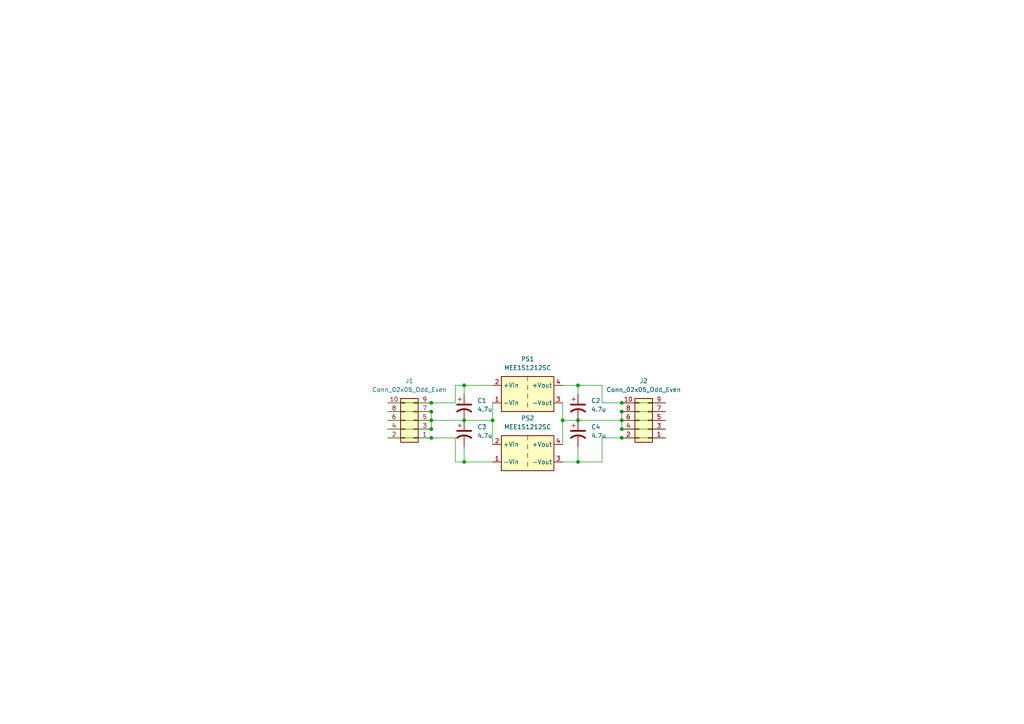
<source format=kicad_sch>
(kicad_sch (version 20211123) (generator eeschema)
  (paper "A4")
  (lib_symbols
    (symbol "Connector_Generic:Conn_02x05_Odd_Even" (pin_names (offset 1.016) hide)
      (property "Reference" "J" (at 1.27 7.62 0))
      (property "Value" "Conn_02x05_Odd_Even" (at 1.27 -7.62 0))
      (symbol "Conn_02x05_Odd_Even_1_1"
        (rectangle (start -1.27 -4.953) (end 0 -5.207) (stroke (width 0.1524)))
        (rectangle (start -1.27 -2.413) (end 0 -2.667) (stroke (width 0.1524)))
        (rectangle (start -1.27 0.127) (end 0 -0.127) (stroke (width 0.1524)))
        (rectangle (start -1.27 2.667) (end 0 2.413) (stroke (width 0.1524)))
        (rectangle (start -1.27 5.207) (end 0 4.953) (stroke (width 0.1524)))
        (rectangle (start -1.27 6.35) (end 3.81 -6.35) (stroke (width 0.254)) (fill (type background)))
        (rectangle (start 3.81 -4.953) (end 2.54 -5.207) (stroke (width 0.1524)))
        (rectangle (start 3.81 -2.413) (end 2.54 -2.667) (stroke (width 0.1524)))
        (rectangle (start 3.81 0.127) (end 2.54 -0.127) (stroke (width 0.1524)))
        (rectangle (start 3.81 2.667) (end 2.54 2.413) (stroke (width 0.1524)))
        (rectangle (start 3.81 5.207) (end 2.54 4.953) (stroke (width 0.1524)))
        (pin passive line (at -5.08 5.08 0) (length 3.81) (name "Pin_1") (number "1"))
        (pin passive line (at 7.62 -5.08 180) (length 3.81) (name "Pin_10") (number "10"))
        (pin passive line (at 7.62 5.08 180) (length 3.81) (name "Pin_2") (number "2"))
        (pin passive line (at -5.08 2.54 0) (length 3.81) (name "Pin_3") (number "3"))
        (pin passive line (at 7.62 2.54 180) (length 3.81) (name "Pin_4") (number "4"))
        (pin passive line (at -5.08 0 0) (length 3.81) (name "Pin_5") (number "5"))
        (pin passive line (at 7.62 0 180) (length 3.81) (name "Pin_6") (number "6"))
        (pin passive line (at -5.08 -2.54 0) (length 3.81) (name "Pin_7") (number "7"))
        (pin passive line (at 7.62 -2.54 180) (length 3.81) (name "Pin_8") (number "8"))
        (pin passive line (at -5.08 -5.08 0) (length 3.81) (name "Pin_9") (number "9"))
      )
    )
    (symbol "Converter_DCDC:MEE1S1212SC"
      (property "Reference" "PS" (at -7.62 6.35 0))
      (property "Value" "MEE1S1212SC" (at 1.27 6.35 0))
      (symbol "MEE1S1212SC_0_0"
        (pin power_in line (at -10.16 -2.54 0) (length 2.54) (name "-Vin") (number "1"))
        (pin power_in line (at -10.16 2.54 0) (length 2.54) (name "+Vin") (number "2"))
        (pin power_out line (at 10.16 -2.54 180) (length 2.54) (name "-Vout") (number "3"))
        (pin power_out line (at 10.16 2.54 180) (length 2.54) (name "+Vout") (number "4"))
      )
      (symbol "MEE1S1212SC_0_1"
        (rectangle (start -7.62 5.08) (end 7.62 -5.08) (stroke (width 0.254)) (fill (type background)))
        (polyline (pts (xy 0 -2.54) (xy 0 -3.81)))
        (polyline (pts (xy 0 0) (xy 0 -1.27)))
        (polyline (pts (xy 0 2.54) (xy 0 1.27)))
        (polyline (pts (xy 0 5.08) (xy 0 3.81)))
      )
    )
    (symbol "Device:C_Polarized_US" (pin_numbers hide) (pin_names (offset 0.254) hide)
      (property "Reference" "C" (at 0.635 2.54 0))
      (property "Value" "C_Polarized_US" (at 0.635 -2.54 0))
      (symbol "C_Polarized_US_0_1"
        (polyline (pts (xy -2.032 0.762) (xy 2.032 0.762)) (stroke (width 0.508)))
        (polyline (pts (xy -1.778 2.286) (xy -0.762 2.286)))
        (polyline (pts (xy -1.27 1.778) (xy -1.27 2.794)))
        (arc (start 2.032 -1.27) (mid 0 -0.5572) (end -2.032 -1.27) (stroke (width 0.508)))
      )
      (symbol "C_Polarized_US_1_1"
        (pin passive line (at 0 3.81 270) (length 2.794) (name "~") (number "1"))
        (pin passive line (at 0 -3.81 90) (length 3.302) (name "~") (number "2"))
      )
    )
  )
  (junction (at 180.34 116.84))
  (junction (at 167.64 121.92))
  (junction (at 167.64 111.76))
  (junction (at 125.095 121.92))
  (junction (at 125.095 127))
  (junction (at 180.34 121.92))
  (junction (at 180.34 124.46))
  (junction (at 167.64 133.985))
  (junction (at 125.095 124.46))
  (junction (at 134.62 133.985))
  (junction (at 125.095 119.38))
  (junction (at 180.34 119.38))
  (junction (at 180.34 127))
  (junction (at 142.875 121.92))
  (junction (at 163.195 121.92))
  (junction (at 134.62 111.76))
  (junction (at 125.095 116.84))
  (junction (at 134.62 121.92))
  (wire (pts (xy 167.64 129.54) (xy 167.64 133.985)))
  (wire (pts (xy 132.08 111.76) (xy 134.62 111.76)))
  (wire (pts (xy 134.62 111.76) (xy 134.62 114.3)))
  (wire (pts (xy 142.875 116.84) (xy 142.875 121.92)))
  (wire (pts (xy 180.34 119.38) (xy 180.34 121.92)))
  (wire (pts (xy 134.62 121.92) (xy 142.875 121.92)))
  (wire (pts (xy 132.08 133.985) (xy 134.62 133.985)))
  (wire (pts (xy 163.195 121.92) (xy 167.64 121.92)))
  (wire (pts (xy 112.395 124.46) (xy 125.095 124.46)))
  (wire (pts (xy 132.08 127) (xy 132.08 133.985)))
  (wire (pts (xy 174.625 133.985) (xy 167.64 133.985)))
  (wire (pts (xy 180.34 127) (xy 193.04 127)))
  (wire (pts (xy 112.395 121.92) (xy 125.095 121.92)))
  (wire (pts (xy 174.625 116.84) (xy 174.625 111.76)))
  (wire (pts (xy 125.095 116.84) (xy 132.08 116.84)))
  (wire (pts (xy 163.195 121.92) (xy 163.195 128.905)))
  (wire (pts (xy 167.64 121.92) (xy 180.34 121.92)))
  (wire (pts (xy 180.34 121.92) (xy 193.04 121.92)))
  (wire (pts (xy 180.34 116.84) (xy 174.625 116.84)))
  (wire (pts (xy 180.34 121.92) (xy 180.34 124.46)))
  (wire (pts (xy 180.34 127) (xy 174.625 127)))
  (wire (pts (xy 142.875 121.92) (xy 142.875 128.905)))
  (wire (pts (xy 174.625 111.76) (xy 167.64 111.76)))
  (wire (pts (xy 125.095 121.92) (xy 125.095 124.46)))
  (wire (pts (xy 167.64 111.76) (xy 167.64 114.3)))
  (wire (pts (xy 167.64 133.985) (xy 163.195 133.985)))
  (wire (pts (xy 112.395 127) (xy 125.095 127)))
  (wire (pts (xy 132.08 116.84) (xy 132.08 111.76)))
  (wire (pts (xy 112.395 116.84) (xy 125.095 116.84)))
  (wire (pts (xy 125.095 119.38) (xy 125.095 121.92)))
  (wire (pts (xy 112.395 119.38) (xy 125.095 119.38)))
  (wire (pts (xy 125.095 127) (xy 132.08 127)))
  (wire (pts (xy 125.095 121.92) (xy 134.62 121.92)))
  (wire (pts (xy 163.195 116.84) (xy 163.195 121.92)))
  (wire (pts (xy 180.34 116.84) (xy 193.04 116.84)))
  (wire (pts (xy 174.625 127) (xy 174.625 133.985)))
  (wire (pts (xy 134.62 133.985) (xy 142.875 133.985)))
  (wire (pts (xy 180.34 124.46) (xy 193.04 124.46)))
  (wire (pts (xy 180.34 119.38) (xy 193.04 119.38)))
  (wire (pts (xy 134.62 111.76) (xy 142.875 111.76)))
  (wire (pts (xy 134.62 129.54) (xy 134.62 133.985)))
  (wire (pts (xy 167.64 111.76) (xy 163.195 111.76)))
  (symbol (lib_id "Device:C_Polarized_US") (at 167.64 125.73 0) (unit 1)
    (property "Reference" "C4" (at 171.45 123.8249 0) (effects (justify left)))
    (property "Value" "4.7u" (at 171.45 126.3649 0) (effects (justify left)))
    (property "Footprint" "Capacitor_THT:CP_Radial_D5.0mm_P2.50mm" (effects hide))
  )
  (symbol (lib_id "Device:C_Polarized_US") (at 134.62 118.11 0) (unit 1)
    (property "Reference" "C1" (at 138.43 116.2049 0) (effects (justify left)))
    (property "Value" "4.7u" (at 138.43 118.7449 0) (effects (justify left)))
    (property "Footprint" "Capacitor_THT:CP_Radial_D5.0mm_P2.50mm" (effects hide))
  )
  (symbol (lib_id "Connector_Generic:Conn_02x05_Odd_Even") (at 187.96 121.92 180) (unit 1)
    (property "Reference" "J2" (at 186.69 110.49 0))
    (property "Value" "Conn_02x05_Odd_Even" (at 186.69 113.03 0))
    (property "Footprint" "Connector_IDC:IDC-Header_2x05_P2.54mm_Vertical" (effects hide))
  )
  (symbol (lib_id "Device:C_Polarized_US") (at 134.62 125.73 0) (unit 1)
    (property "Reference" "C3" (at 138.43 123.8249 0) (effects (justify left)))
    (property "Value" "4.7u" (at 138.43 126.3649 0) (effects (justify left)))
    (property "Footprint" "Capacitor_THT:CP_Radial_D5.0mm_P2.50mm" (effects hide))
  )
  (symbol (lib_id "Device:C_Polarized_US") (at 167.64 118.11 0) (unit 1)
    (property "Reference" "C2" (at 171.45 116.2049 0) (effects (justify left)))
    (property "Value" "4.7u" (at 171.45 118.7449 0) (effects (justify left)))
    (property "Footprint" "Capacitor_THT:CP_Radial_D5.0mm_P2.50mm" (effects hide))
  )
  (symbol (lib_id "Converter_DCDC:MEE1S1212SC") (at 153.035 131.445 0) (unit 1)
    (property "Reference" "PS2" (at 153.035 121.285 0))
    (property "Value" "MEE1S1212SC" (at 153.035 123.825 0))
    (property "Footprint" "Converter_DCDC:Converter_DCDC_Murata_MEE1SxxxxSC_THT" (effects hide))
    (property "Datasheet" "https://power.murata.com/pub/data/power/ncl/kdc_mee1.pdf" (effects hide))
  )
  (symbol (lib_id "Connector_Generic:Conn_02x05_Odd_Even") (at 120.015 121.92 180) (unit 1)
    (property "Reference" "J1" (at 118.745 110.49 0))
    (property "Value" "Conn_02x05_Odd_Even" (at 118.745 113.03 0))
    (property "Footprint" "Connector_IDC:IDC-Header_2x05_P2.54mm_Vertical" (effects hide))
  )
  (symbol (lib_id "Converter_DCDC:MEE1S1212SC") (at 153.035 114.3 0) (unit 1)
    (property "Reference" "PS1" (at 153.035 104.14 0))
    (property "Value" "MEE1S1212SC" (at 153.035 106.68 0))
    (property "Footprint" "Converter_DCDC:Converter_DCDC_Murata_MEE1SxxxxSC_THT" (effects hide))
    (property "Datasheet" "https://power.murata.com/pub/data/power/ncl/kdc_mee1.pdf" (effects hide))
  )
)
</source>
